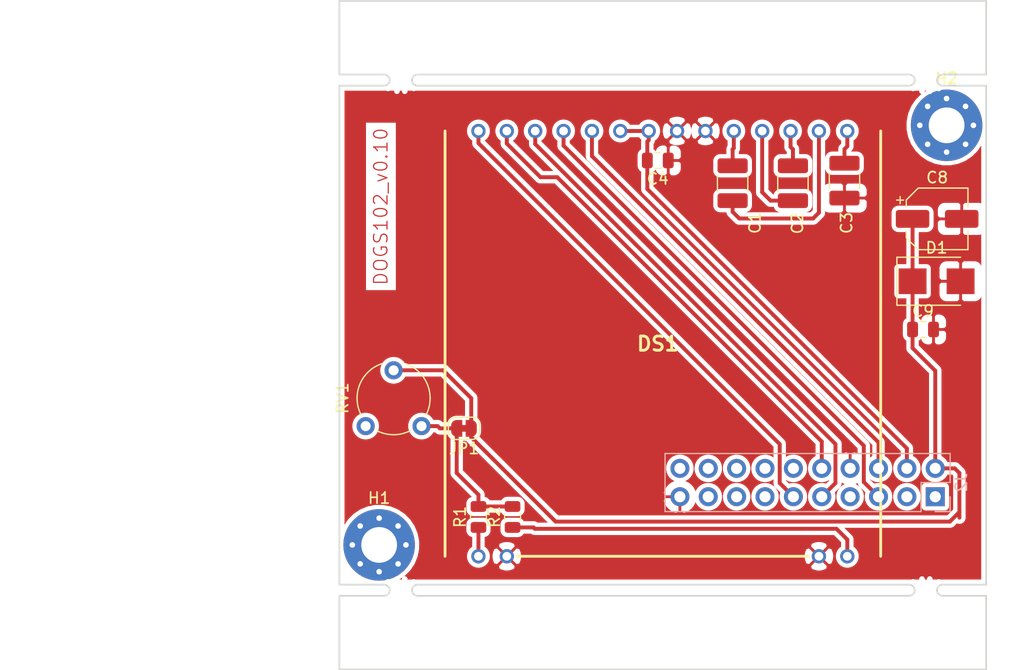
<source format=kicad_pcb>
(kicad_pcb (version 20221018) (generator pcbnew)
  (layers (0 "F.Cu" signal "Top") (31 "B.Cu" signal "Bottom") (34 "B.Paste" user) (35 "F.Paste" user) (36 "B.SilkS" user "B.Silkscreen") (37 "F.SilkS" user "F.Silkscreen") (38 "B.Mask" user) (39 "F.Mask" user) (44 "Edge.Cuts" user))
  (net 0 "")
  (net 1 "GND")
  (net 2 "+3V3")
  (net 3 "Net-(C1-Pad2)")
  (net 4 "Net-(C2-Pad1)")
  (net 5 "Net-(C2-Pad2)")
  (net 6 "Net-(C3-Pad2)")
  (net 7 "Net-(C1-Pad1)")
  (net 8 "MOSI")
  (net 9 "SCK")
  (net 10 "Net-(DS1-Pad14)")
  (net 11 "Net-(DS1-Pad1)")
  (net 12 "Net-(H1-Pad1)")
  (net 13 "Net-(H2-Pad1)")
  (net 14 "INSTR.BEL")
  (net 15 "D8")
  (net 16 "D7")
  (net 17 "D6")
  (net 18 "LED")
  (footprint "Capacitor_SMD:C_1210_3225Metric_Pad1.33x2.70mm_HandSolder" (layer "F.Cu") (at 158.71 91.0375 90)
    (fp_text reference "C2" (at -3.592 0.4 90) (layer "F.SilkS"))
    (fp_text value "C")
    (fp_line (start -0.711252 -1.36) (end 0.711252 -1.36) (stroke (width 0.12)) (layer "F.SilkS"))
    (fp_line (start -0.711252 1.36) (end 0.711252 1.36) (stroke (width 0.12)) (layer "F.SilkS"))
    (pad "1" smd roundrect (at -1.5625 0 90) (size 1.325 2.7) (layers "F.Cu" "F.Paste" "F.Mask") (roundrect_rratio 0.188679) (net 4 "Net-(C2-Pad1)"))
    (pad "2" smd roundrect (at 1.5625 0 90) (size 1.325 2.7) (layers "F.Cu" "F.Paste" "F.Mask") (roundrect_rratio 0.188679) (net 5 "Net-(C2-Pad2)"))
  )
  (footprint "Capacitor_SMD:C_1210_3225Metric_Pad1.33x2.70mm_HandSolder" (layer "F.Cu") (at 163.322 90.808 90)
    (fp_text reference "C3" (at -3.792 0.188 90) (layer "F.SilkS"))
    (fp_text value "C")
    (fp_line (start -0.711252 -1.36) (end 0.711252 -1.36) (stroke (width 0.12)) (layer "F.SilkS"))
    (fp_line (start -0.711252 1.36) (end 0.711252 1.36) (stroke (width 0.12)) (layer "F.SilkS"))
    (pad "1" smd roundrect (at -1.5625 0 90) (size 1.325 2.7) (layers "F.Cu" "F.Paste" "F.Mask") (roundrect_rratio 0.188679) (net 1 "GND"))
    (pad "2" smd roundrect (at 1.5625 0 90) (size 1.325 2.7) (layers "F.Cu" "F.Paste" "F.Mask") (roundrect_rratio 0.188679) (net 6 "Net-(C3-Pad2)"))
  )
  (footprint "Capacitor_SMD:C_1210_3225Metric_Pad1.33x2.70mm_HandSolder" (layer "F.Cu") (at 153.31 91.0375 90)
    (fp_text reference "C1" (at -3.5625 2 90) (layer "F.SilkS"))
    (fp_text value "C")
    (fp_line (start -0.711252 -1.36) (end 0.711252 -1.36) (stroke (width 0.12)) (layer "F.SilkS"))
    (fp_line (start -0.711252 1.36) (end 0.711252 1.36) (stroke (width 0.12)) (layer "F.SilkS"))
    (pad "1" smd roundrect (at -1.5625 0 90) (size 1.325 2.7) (layers "F.Cu" "F.Paste" "F.Mask") (roundrect_rratio 0.188679) (net 7 "Net-(C1-Pad1)"))
    (pad "2" smd roundrect (at 1.5625 0 90) (size 1.325 2.7) (layers "F.Cu" "F.Paste" "F.Mask") (roundrect_rratio 0.188679) (net 3 "Net-(C1-Pad2)"))
  )
  (footprint "MountingHole:MountingHole_3.2mm_M3_Pad_Via" (layer "F.Cu") (at 121.666 123.444)
    (fp_text reference "H1" (at 0 -4.2) (layer "F.SilkS"))
    (fp_text value "MountingHole_Pad")
    (pad "1" thru_hole circle (at -2.4 0) (size 0.8 0.8) (drill 0.5) (layers "*.Cu" "*.Mask") (net 12 "Net-(H1-Pad1)"))
    (pad "1" thru_hole circle (at -1.697056 -1.697056) (size 0.8 0.8) (drill 0.5) (layers "*.Cu" "*.Mask") (net 12 "Net-(H1-Pad1)"))
    (pad "1" thru_hole circle (at -1.697056 1.697056) (size 0.8 0.8) (drill 0.5) (layers "*.Cu" "*.Mask") (net 12 "Net-(H1-Pad1)"))
    (pad "1" thru_hole circle (at 0 -2.4) (size 0.8 0.8) (drill 0.5) (layers "*.Cu" "*.Mask") (net 12 "Net-(H1-Pad1)"))
    (pad "1" thru_hole circle (at 0 0) (size 6.4 6.4) (drill 3.2) (layers "*.Cu" "*.Mask") (net 12 "Net-(H1-Pad1)"))
    (pad "1" thru_hole circle (at 0 2.4) (size 0.8 0.8) (drill 0.5) (layers "*.Cu" "*.Mask") (net 12 "Net-(H1-Pad1)"))
    (pad "1" thru_hole circle (at 1.697056 -1.697056) (size 0.8 0.8) (drill 0.5) (layers "*.Cu" "*.Mask") (net 12 "Net-(H1-Pad1)"))
    (pad "1" thru_hole circle (at 1.697056 1.697056) (size 0.8 0.8) (drill 0.5) (layers "*.Cu" "*.Mask") (net 12 "Net-(H1-Pad1)"))
    (pad "1" thru_hole circle (at 2.4 0) (size 0.8 0.8) (drill 0.5) (layers "*.Cu" "*.Mask") (net 12 "Net-(H1-Pad1)"))
  )
  (footprint "MountingHole:MountingHole_3.2mm_M3_Pad_Via" (layer "F.Cu") (at 172.466 85.852)
    (fp_text reference "H2" (at 0 -4.2) (layer "F.SilkS"))
    (fp_text value "MountingHole_Pad")
    (pad "1" thru_hole circle (at -2.4 0) (size 0.8 0.8) (drill 0.5) (layers "*.Cu" "*.Mask") (net 13 "Net-(H2-Pad1)"))
    (pad "1" thru_hole circle (at -1.697056 -1.697056) (size 0.8 0.8) (drill 0.5) (layers "*.Cu" "*.Mask") (net 13 "Net-(H2-Pad1)"))
    (pad "1" thru_hole circle (at -1.697056 1.697056) (size 0.8 0.8) (drill 0.5) (layers "*.Cu" "*.Mask") (net 13 "Net-(H2-Pad1)"))
    (pad "1" thru_hole circle (at 0 -2.4) (size 0.8 0.8) (drill 0.5) (layers "*.Cu" "*.Mask") (net 13 "Net-(H2-Pad1)"))
    (pad "1" thru_hole circle (at 0 0) (size 6.4 6.4) (drill 3.2) (layers "*.Cu" "*.Mask") (net 13 "Net-(H2-Pad1)"))
    (pad "1" thru_hole circle (at 0 2.4) (size 0.8 0.8) (drill 0.5) (layers "*.Cu" "*.Mask") (net 13 "Net-(H2-Pad1)"))
    (pad "1" thru_hole circle (at 1.697056 -1.697056) (size 0.8 0.8) (drill 0.5) (layers "*.Cu" "*.Mask") (net 13 "Net-(H2-Pad1)"))
    (pad "1" thru_hole circle (at 1.697056 1.697056) (size 0.8 0.8) (drill 0.5) (layers "*.Cu" "*.Mask") (net 13 "Net-(H2-Pad1)"))
    (pad "1" thru_hole circle (at 2.4 0) (size 0.8 0.8) (drill 0.5) (layers "*.Cu" "*.Mask") (net 13 "Net-(H2-Pad1)"))
  )
  (footprint "Capacitor_SMD:C_0805_2012Metric" (layer "F.Cu") (at 146.61 89 180)
    (fp_text reference "C4" (at 0 -1.65) (layer "F.SilkS"))
    (fp_text value "100n")
    (fp_line (start -0.258578 -0.71) (end 0.258578 -0.71) (stroke (width 0.12)) (layer "F.SilkS"))
    (fp_line (start -0.258578 0.71) (end 0.258578 0.71) (stroke (width 0.12)) (layer "F.SilkS"))
    (pad "1" smd roundrect (at -0.9375 0 180) (size 0.975 1.4) (layers "F.Cu" "F.Paste" "F.Mask") (net 1 "GND"))
    (pad "2" smd roundrect (at 0.9375 0 180) (size 0.975 1.4) (layers "F.Cu" "F.Paste" "F.Mask") (net 2 "+3V3"))
  )
  (footprint "Capacitor_SMD:CP_Elec_5x3" (layer "F.Cu") (at 171.618 94.234)
    (fp_text reference "C8" (at 0 -3.7) (layer "F.SilkS"))
    (fp_text value "CP")
    (fp_line (start -3.625 -1.685) (end -3 -1.685) (stroke (width 0.12)) (layer "F.SilkS"))
    (fp_line (start -3.3125 -1.9975) (end -3.3125 -1.3725) (stroke (width 0.12)) (layer "F.SilkS"))
    (fp_line (start -2.76 -1.695563) (end -2.76 -1.06) (stroke (width 0.12)) (layer "F.SilkS"))
    (fp_line (start -2.76 -1.695563) (end -1.695563 -2.76) (stroke (width 0.12)) (layer "F.SilkS"))
    (fp_line (start -2.76 1.695563) (end -2.76 1.06) (stroke (width 0.12)) (layer "F.SilkS"))
    (fp_line (start -2.76 1.695563) (end -1.695563 2.76) (stroke (width 0.12)) (layer "F.SilkS"))
    (fp_line (start -1.695563 -2.76) (end 2.76 -2.76) (stroke (width 0.12)) (layer "F.SilkS"))
    (fp_line (start -1.695563 2.76) (end 2.76 2.76) (stroke (width 0.12)) (layer "F.SilkS"))
    (fp_line (start 2.76 -2.76) (end 2.76 -1.06) (stroke (width 0.12)) (layer "F.SilkS"))
    (fp_line (start 2.76 2.76) (end 2.76 1.06) (stroke (width 0.12)) (layer "F.SilkS"))
    (pad "1" smd roundrect (at -2.2 0) (size 3 1.6) (layers "F.Cu" "F.Paste" "F.Mask") (roundrect_rratio 0.15625) (net 14 "INSTR.BEL"))
    (pad "2" smd roundrect (at 2.2 0) (size 3 1.6) (layers "F.Cu" "F.Paste" "F.Mask") (roundrect_rratio 0.15625) (net 1 "GND"))
  )
  (footprint "Capacitor_SMD:C_0805_2012Metric" (layer "F.Cu") (at 170.3555 104.14)
    (fp_text reference "C9" (at 0 -1.65) (layer "F.SilkS"))
    (fp_text value "100n")
    (fp_line (start -0.258578 -0.71) (end 0.258578 -0.71) (stroke (width 0.12)) (layer "F.SilkS"))
    (fp_line (start -0.258578 0.71) (end 0.258578 0.71) (stroke (width 0.12)) (layer "F.SilkS"))
    (pad "1" smd roundrect (at -0.9375 0) (size 0.975 1.4) (layers "F.Cu" "F.Paste" "F.Mask") (net 14 "INSTR.BEL"))
    (pad "2" smd roundrect (at 0.9375 0) (size 0.975 1.4) (layers "F.Cu" "F.Paste" "F.Mask") (net 1 "GND"))
  )
  (footprint "Diode_SMD:D_SMB" (layer "F.Cu") (at 171.568 99.822)
    (fp_text reference "D1" (at 0 -3) (layer "F.SilkS"))
    (fp_text value "SMBJ15CA")
    (fp_line (start -3.55 -2.15) (end -3.55 2.15) (stroke (width 0.12)) (layer "F.SilkS"))
    (fp_line (start -3.55 -2.15) (end 2.15 -2.15) (stroke (width 0.12)) (layer "F.SilkS"))
    (fp_line (start -3.55 2.15) (end 2.15 2.15) (stroke (width 0.12)) (layer "F.SilkS"))
    (pad "1" smd rect (at -2.15 0) (size 2.5 2.3) (layers "F.Cu" "F.Paste" "F.Mask") (net 14 "INSTR.BEL"))
    (pad "2" smd rect (at 2.15 0) (size 2.5 2.3) (layers "F.Cu" "F.Paste" "F.Mask") (net 1 "GND"))
  )
  (footprint "Resistor_SMD:R_0805_2012Metric" (layer "F.Cu") (at 130.556 120.9375 90)
    (fp_text reference "R1" (at 0 -1.65 90) (layer "F.SilkS"))
    (fp_text value "R")
    (fp_line (start -0.258578 -0.71) (end 0.258578 -0.71) (stroke (width 0.12)) (layer "F.SilkS"))
    (fp_line (start -0.258578 0.71) (end 0.258578 0.71) (stroke (width 0.12)) (layer "F.SilkS"))
    (pad "1" smd roundrect (at -0.9375 0 90) (size 0.975 1.4) (layers "F.Cu" "F.Paste" "F.Mask") (net 11 "Net-(DS1-Pad1)"))
    (pad "2" smd roundrect (at 0.9375 0 90) (size 0.975 1.4) (layers "F.Cu" "F.Paste" "F.Mask") (net 18 "LED"))
  )
  (footprint "Resistor_SMD:R_0805_2012Metric" (layer "F.Cu") (at 133.61 120.9375 90)
    (fp_text reference "R2" (at 0 -1.65 90) (layer "F.SilkS"))
    (fp_text value "R")
    (fp_line (start -0.258578 -0.71) (end 0.258578 -0.71) (stroke (width 0.12)) (layer "F.SilkS"))
    (fp_line (start -0.258578 0.71) (end 0.258578 0.71) (stroke (width 0.12)) (layer "F.SilkS"))
    (pad "1" smd roundrect (at -0.9375 0 90) (size 0.975 1.4) (layers "F.Cu" "F.Paste" "F.Mask") (net 10 "Net-(DS1-Pad14)"))
    (pad "2" smd roundrect (at 0.9375 0 90) (size 0.975 1.4) (layers "F.Cu" "F.Paste" "F.Mask") (net 18 "LED"))
  )
  (footprint "fiz-o-matic:EA-DOGS102W-6" (layer "F.Cu") (at 147.066 105.41)
    (fp_text reference "DS1" (at -0.45365 0.01496) (layer "F.SilkS") (effects (font (size 1.27 1.27) (thickness 0.254))))
    (fp_text value "EA_DOGS102W-6" hide)
    (fp_line (start -19.5 -19.05) (end -19.5 19.05) (stroke (width 0.254)) (layer "F.SilkS"))
    (fp_line (start -13 19.05) (end 13 19.05) (stroke (width 0.254)) (layer "F.SilkS"))
    (fp_line (start 19.5 -19.05) (end 19.5 19.05) (stroke (width 0.254)) (layer "F.SilkS"))
    (pad "1" thru_hole circle (at -16.51 19.05) (size 1.28 1.28) (drill 0.78) (layers "*.Cu" "*.Mask") (net 11 "Net-(DS1-Pad1)"))
    (pad "2" thru_hole circle (at -13.97 19.05) (size 1.28 1.28) (drill 0.78) (layers "*.Cu" "*.Mask") (net 1 "GND"))
    (pad "13" thru_hole circle (at 13.97 19.05) (size 1.28 1.28) (drill 0.78) (layers "*.Cu" "*.Mask") (net 1 "GND"))
    (pad "14" thru_hole circle (at 16.51 19.05) (size 1.28 1.28) (drill 0.78) (layers "*.Cu" "*.Mask") (net 10 "Net-(DS1-Pad14)"))
    (pad "15" thru_hole circle (at 16.51 -19.05) (size 1.28 1.28) (drill 0.78) (layers "*.Cu" "*.Mask") (net 6 "Net-(C3-Pad2)"))
    (pad "16" thru_hole circle (at 13.97 -19.05) (size 1.28 1.28) (drill 0.78) (layers "*.Cu" "*.Mask") (net 7 "Net-(C1-Pad1)"))
    (pad "17" thru_hole circle (at 11.43 -19.05) (size 1.28 1.28) (drill 0.78) (layers "*.Cu" "*.Mask") (net 5 "Net-(C2-Pad2)"))
    (pad "18" thru_hole circle (at 8.89 -19.05) (size 1.28 1.28) (drill 0.78) (layers "*.Cu" "*.Mask") (net 4 "Net-(C2-Pad1)"))
    (pad "19" thru_hole circle (at 6.35 -19.05) (size 1.28 1.28) (drill 0.78) (layers "*.Cu" "*.Mask") (net 3 "Net-(C1-Pad2)"))
    (pad "20" thru_hole circle (at 3.81 -19.05) (size 1.28 1.28) (drill 0.78) (layers "*.Cu" "*.Mask") (net 1 "GND"))
    (pad "21" thru_hole circle (at 1.27 -19.05) (size 1.28 1.28) (drill 0.78) (layers "*.Cu" "*.Mask") (net 1 "GND"))
    (pad "22" thru_hole circle (at -1.27 -19.05) (size 1.28 1.28) (drill 0.78) (layers "*.Cu" "*.Mask") (net 2 "+3V3"))
    (pad "23" thru_hole circle (at -3.81 -19.05) (size 1.28 1.28) (drill 0.78) (layers "*.Cu" "*.Mask") (net 2 "+3V3"))
    (pad "24" thru_hole circle (at -6.35 -19.05) (size 1.28 1.28) (drill 0.78) (layers "*.Cu" "*.Mask") (net 8 "MOSI"))
    (pad "25" thru_hole circle (at -8.89 -19.05) (size 1.28 1.28) (drill 0.78) (layers "*.Cu" "*.Mask") (net 9 "SCK"))
    (pad "26" thru_hole circle (at -11.43 -19.05) (size 1.28 1.28) (drill 0.78) (layers "*.Cu" "*.Mask") (net 17 "D6"))
    (pad "27" thru_hole circle (at -13.97 -19.05) (size 1.28 1.28) (drill 0.78) (layers "*.Cu" "*.Mask") (net 16 "D7"))
    (pad "28" thru_hole circle (at -16.51 -19.05) (size 1.28 1.28) (drill 0.78) (layers "*.Cu" "*.Mask") (net 15 "D8"))
  )
  (footprint "Jumper:SolderJumper-2_P1.3mm_Bridged_RoundedPad1.0x1.5mm" (layer "F.Cu") (at 129.26 113 180)
    (fp_text reference "JP1" (at 0 -1.8) (layer "F.SilkS"))
    (fp_text value "Jumper_NC_Small")
    (fp_poly (pts (xy 0.25 -0.3) (xy -0.25 -0.3) (xy -0.25 0.3) (xy 0.25 0.3)) (fill solid) (layer "F.Cu"))
    (fp_line (start -1.4 0.3) (end -1.4 -0.3) (stroke (width 0.12)) (layer "F.SilkS"))
    (fp_line (start -0.7 -1) (end 0.7 -1) (stroke (width 0.12)) (layer "F.SilkS"))
    (fp_line (start 0.7 1) (end -0.7 1) (stroke (width 0.12)) (layer "F.SilkS"))
    (fp_line (start 1.4 -0.3) (end 1.4 0.3) (stroke (width 0.12)) (layer "F.SilkS"))
    (fp_arc (start -1.4 -0.3) (mid -1.194975 -0.794975) (end -0.7 -1) (stroke (width 0.12)) (layer "F.SilkS"))
    (fp_arc (start -0.7 1) (mid -1.194975 0.794975) (end -1.4 0.3) (stroke (width 0.12)) (layer "F.SilkS"))
    (fp_arc (start 0.7 -1) (mid 1.194975 -0.794975) (end 1.4 -0.3) (stroke (width 0.12)) (layer "F.SilkS"))
    (fp_arc (start 1.4 0.3) (mid 1.194975 0.794975) (end 0.7 1) (stroke (width 0.12)) (layer "F.SilkS"))
    (pad "1" smd custom (at -0.65 0 180) (size 1 0.5) (layers "F.Cu" "F.Mask") (net 14 "INSTR.BEL") (options (clearance outline) (anchor rect)) (primitives (gr_circle (center 0 0.25) (end 0.5 0.25) (width 0) (fill yes)) (gr_circle (center 0 -0.25) (end 0.5 -0.25) (width 0) (fill yes)) (gr_poly (pts (xy 0 -0.75) (xy 0.5 -0.75) (xy 0.5 0.75) (xy 0 0.75)) (width 0) (fill yes))))
    (pad "2" smd custom (at 0.65 0 180) (size 1 0.5) (layers "F.Cu" "F.Mask") (net 18 "LED") (options (clearance outline) (anchor rect)) (primitives (gr_circle (center 0 0.25) (end 0.5 0.25) (width 0) (fill yes)) (gr_circle (center 0 -0.25) (end 0.5 -0.25) (width 0) (fill yes)) (gr_poly (pts (xy 0 -0.75) (xy -0.5 -0.75) (xy -0.5 0.75) (xy 0 0.75)) (width 0) (fill yes))))
  )
  (footprint "Potentiometer_THT:Potentiometer_Piher_PT-6-V_Vertical" (layer "F.Cu") (at 125.46 112.8 90)
    (fp_text reference "RV1" (at 2.5 -7.06 90) (layer "F.SilkS"))
    (fp_text value "R_POT")
    (fp_arc (start -0.413387 -1.014798) (mid -0.770114 -2.499325) (end -0.414 -3.984) (stroke (width 0.12)) (layer "F.SilkS"))
    (fp_arc (start 1.016032 -5.413829) (mid 3.725524 -5.531609) (end 5.592 -3.564) (stroke (width 0.12)) (layer "F.SilkS"))
    (fp_arc (start 2.556863 0.770075) (mid 1.764071 0.686696) (end 1.015 0.414) (stroke (width 0.12)) (layer "F.SilkS"))
    (fp_arc (start 5.591846 -1.435392) (mid 4.398899 0.162158) (end 2.5 0.77) (stroke (width 0.12)) (layer "F.SilkS"))
    (pad "1" thru_hole circle (at 0 0 90) (size 1.62 1.62) (drill 0.9) (layers "*.Cu" "*.Mask") (net 18 "LED"))
    (pad "2" thru_hole circle (at 5 -2.5 90) (size 1.62 1.62) (drill 0.9) (layers "*.Cu" "*.Mask") (net 14 "INSTR.BEL"))
    (pad "3" thru_hole circle (at 0 -5 90) (size 1.62 1.62) (drill 0.9) (layers "*.Cu" "*.Mask"))
  )
  (footprint "fiz-o-matic:mouse-bite-1mm-slot" (layer "F.Cu") (at 123.61 81.8)
    (fp_text reference "mouse-bite-1mm-slot" hide)
    (fp_text value "VAL**" hide)
    (fp_arc (start -1.5 -0.5) (mid -1 0) (end -1.5 0.5) (stroke (width 0.1)) (layer "F.SilkS"))
    (fp_arc (start 1.5 0.5) (mid 1 0) (end 1.5 -0.5) (stroke (width 0.1)) (layer "F.SilkS"))
    (pad "" np_thru_hole circle (at -1.15 0.75) (size 0.5 0.5) (drill 0.5) (layers "*.Cu" "*.Mask"))
    (pad "" np_thru_hole circle (at -0.35 1) (size 0.5 0.5) (drill 0.5) (layers "*.Cu" "*.Mask"))
    (pad "" np_thru_hole circle (at 0.35 1) (size 0.5 0.5) (drill 0.5) (layers "*.Cu" "*.Mask"))
    (pad "" np_thru_hole circle (at 1.15 0.75) (size 0.5 0.5) (drill 0.5) (layers "*.Cu" "*.Mask"))
  )
  (footprint "fiz-o-matic:mouse-bite-1mm-slot" (layer "F.Cu") (at 170.61 81.8)
    (fp_text reference "mouse-bite-1mm-slot" hide)
    (fp_text value "VAL**" hide)
    (fp_arc (start -1.5 -0.5) (mid -1 0) (end -1.5 0.5) (stroke (width 0.1)) (layer "F.SilkS"))
    (fp_arc (start 1.5 0.5) (mid 1 0) (end 1.5 -0.5) (stroke (width 0.1)) (layer "F.SilkS"))
    (pad "" np_thru_hole circle (at -1.15 0.75) (size 0.5 0.5) (drill 0.5) (layers "F&B.Cu" "*.Mask"))
    (pad "" np_thru_hole circle (at -0.35 1) (size 0.5 0.5) (drill 0.5) (layers "F&B.Cu" "*.Mask"))
    (pad "" np_thru_hole circle (at 0.35 1) (size 0.5 0.5) (drill 0.5) (layers "F&B.Cu" "*.Mask"))
    (pad "" np_thru_hole circle (at 1.15 0.75) (size 0.5 0.5) (drill 0.5) (layers "F&B.Cu" "*.Mask"))
  )
  (footprint "fiz-o-matic:mouse-bite-1mm-slot" (layer "F.Cu") (at 123.61 127.5 180)
    (fp_text reference "mouse-bite-1mm-slot" hide)
    (fp_text value "VAL**" hide)
    (fp_arc (start -1.5 -0.5) (mid -1 0) (end -1.5 0.5) (stroke (width 0.1)) (layer "F.SilkS"))
    (fp_arc (start 1.5 0.5) (mid 1 0) (end 1.5 -0.5) (stroke (width 0.1)) (layer "F.SilkS"))
    (pad "" np_thru_hole circle (at -1.15 0.75 180) (size 0.5 0.5) (drill 0.5) (layers "F&B.Cu" "*.Mask"))
    (pad "" np_thru_hole circle (at -0.35 1 180) (size 0.5 0.5) (drill 0.5) (layers "F&B.Cu" "*.Mask"))
    (pad "" np_thru_hole circle (at 0.35 1 180) (size 0.5 0.5) (drill 0.5) (layers "F&B.Cu" "*.Mask"))
    (pad "" np_thru_hole circle (at 1.15 0.75 180) (size 0.5 0.5) (drill 0.5) (layers "F&B.Cu" "*.Mask"))
  )
  (footprint "fiz-o-matic:mouse-bite-1mm-slot" (layer "F.Cu") (at 170.61 127.5 180)
    (fp_text reference "mouse-bite-1mm-slot" hide)
    (fp_text value "VAL**" hide)
    (fp_arc (start -1.5 -0.5) (mid -1 0) (end -1.5 0.5) (stroke (width 0.1)) (layer "F.SilkS"))
    (fp_arc (start 1.5 0.5) (mid 1 0) (end 1.5 -0.5) (stroke (width 0.1)) (layer "F.SilkS"))
    (pad "" np_thru_hole circle (at -1.15 0.75 180) (size 0.5 0.5) (drill 0.5) (layers "F&B.Cu" "*.Mask"))
    (pad "" np_thru_hole circle (at -0.35 1 180) (size 0.5 0.5) (drill 0.5) (layers "F&B.Cu" "*.Mask"))
    (pad "" np_thru_hole circle (at 0.35 1 180) (size 0.5 0.5) (drill 0.5) (layers "F&B.Cu" "*.Mask"))
    (pad "" np_thru_hole circle (at 1.15 0.75 180) (size 0.5 0.5) (drill 0.5) (layers "F&B.Cu" "*.Mask"))
  )
  (footprint "Connector_PinHeader_2.54mm:PinHeader_2x10_P2.54mm_Vertical" (layer "B.Cu") (at 171.45 119.126 90)
    (fp_text reference "J2" (at 1.27 2.33 -90) (layer "B.SilkS") (effects (justify mirror)))
    (fp_text value "Conn_02x10_Odd_Even")
    (fp_line (start -1.33 -24.19) (end 3.87 -24.19) (stroke (width 0.12)) (layer "B.SilkS"))
    (fp_line (start -1.33 -1.27) (end -1.33 -24.19) (stroke (width 0.12)) (layer "B.SilkS"))
    (fp_line (start -1.33 -1.27) (end 1.27 -1.27) (stroke (width 0.12)) (layer "B.SilkS"))
    (fp_line (start -1.33 0) (end -1.33 1.33) (stroke (width 0.12)) (layer "B.SilkS"))
    (fp_line (start -1.33 1.33) (end 0 1.33) (stroke (width 0.12)) (layer "B.SilkS"))
    (fp_line (start 1.27 -1.27) (end 1.27 1.33) (stroke (width 0.12)) (layer "B.SilkS"))
    (fp_line (start 1.27 1.33) (end 3.87 1.33) (stroke (width 0.12)) (layer "B.SilkS"))
    (fp_line (start 3.87 1.33) (end 3.87 -24.19) (stroke (width 0.12)) (layer "B.SilkS"))
    (pad "1" thru_hole rect (at 0 0 90) (size 1.7 1.7) (drill 1) (layers "*.Cu" "*.Mask"))
    (pad "2" thru_hole oval (at 2.54 0 90) (size 1.7 1.7) (drill 1) (layers "*.Cu" "*.Mask") (net 14 "INSTR.BEL"))
    (pad "3" thru_hole oval (at 0 -2.54 90) (size 1.7 1.7) (drill 1) (layers "*.Cu" "*.Mask"))
    (pad "4" thru_hole oval (at 2.54 -2.54 90) (size 1.7 1.7) (drill 1) (layers "*.Cu" "*.Mask") (net 2 "+3V3"))
    (pad "5" thru_hole oval (at 0 -5.08 90) (size 1.7 1.7) (drill 1) (layers "*.Cu" "*.Mask") (net 9 "SCK"))
    (pad "6" thru_hole oval (at 2.54 -5.08 90) (size 1.7 1.7) (drill 1) (layers "*.Cu" "*.Mask") (net 8 "MOSI"))
    (pad "7" thru_hole oval (at 0 -7.62 90) (size 1.7 1.7) (drill 1) (layers "*.Cu" "*.Mask"))
    (pad "8" thru_hole oval (at 2.54 -7.62 90) (size 1.7 1.7) (drill 1) (layers "*.Cu" "*.Mask") (net 1 "GND"))
    (pad "9" thru_hole oval (at 0 -10.16 90) (size 1.7 1.7) (drill 1) (layers "*.Cu" "*.Mask") (net 17 "D6"))
    (pad "10" thru_hole oval (at 2.54 -10.16 90) (size 1.7 1.7) (drill 1) (layers "*.Cu" "*.Mask") (net 16 "D7"))
    (pad "11" thru_hole oval (at 0 -12.7 90) (size 1.7 1.7) (drill 1) (layers "*.Cu" "*.Mask") (net 15 "D8"))
    (pad "12" thru_hole oval (at 2.54 -12.7 90) (size 1.7 1.7) (drill 1) (layers "*.Cu" "*.Mask"))
    (pad "13" thru_hole oval (at 0 -15.24 90) (size 1.7 1.7) (drill 1) (layers "*.Cu" "*.Mask"))
    (pad "14" thru_hole oval (at 2.54 -15.24 90) (size 1.7 1.7) (drill 1) (layers "*.Cu" "*.Mask"))
    (pad "15" thru_hole oval (at 0 -17.78 90) (size 1.7 1.7) (drill 1) (layers "*.Cu" "*.Mask"))
    (pad "16" thru_hole oval (at 2.54 -17.78 90) (size 1.7 1.7) (drill 1) (layers "*.Cu" "*.Mask"))
    (pad "17" thru_hole oval (at 0 -20.32 90) (size 1.7 1.7) (drill 1) (layers "*.Cu" "*.Mask"))
    (pad "18" thru_hole oval (at 2.54 -20.32 90) (size 1.7 1.7) (drill 1) (layers "*.Cu" "*.Mask"))
    (pad "19" thru_hole oval (at 0 -22.86 90) (size 1.7 1.7) (drill 1) (layers "*.Cu" "*.Mask") (net 1 "GND"))
    (pad "20" thru_hole oval (at 2.54 -22.86 90) (size 1.7 1.7) (drill 1) (layers "*.Cu" "*.Mask"))
  )
  (gr_line (start 176.01 128) (end 176.01 134.6) (stroke (width 0.15)) (layer "Edge.Cuts"))
  (gr_arc (start 172.11 128) (mid 171.61 127.5) (end 172.11 127) (stroke (width 0.15)) (layer "Edge.Cuts"))
  (gr_line (start 176.01 81.3) (end 176.01 74.7) (stroke (width 0.15)) (layer "Edge.Cuts"))
  (gr_line (start 118.11 127) (end 118.11 82.3) (stroke (width 0.15)) (layer "Edge.Cuts"))
  (gr_line (start 169.11 127) (end 125.11 127) (stroke (width 0.15)) (layer "Edge.Cuts"))
  (gr_line (start 176.01 82.3) (end 172.11 82.3) (stroke (width 0.15)) (layer "Edge.Cuts"))
  (gr_line (start 172.11 127) (end 176.01 127) (stroke (width 0.15)) (layer "Edge.Cuts"))
  (gr_line (start 176.01 134.6) (end 118.11 134.6) (stroke (width 0.15)) (layer "Edge.Cuts"))
  (gr_line (start 172.11 81.3) (end 176.01 81.3) (stroke (width 0.15)) (layer "Edge.Cuts"))
  (gr_arc (start 169.11 81.3) (mid 169.61 81.8) (end 169.11 82.3) (stroke (width 0.15)) (layer "Edge.Cuts"))
  (gr_line (start 122.11 82.3) (end 118.11 82.3) (stroke (width 0.15)) (layer "Edge.Cuts"))
  (gr_arc (start 125.11 128) (mid 124.61 127.5) (end 125.11 127) (stroke (width 0.15)) (layer "Edge.Cuts"))
  (gr_line (start 118.11 81.3) (end 118.11 74.7) (stroke (width 0.15)) (layer "Edge.Cuts"))
  (gr_arc (start 172.11 82.3) (mid 171.61 81.8) (end 172.11 81.3) (stroke (width 0.15)) (layer "Edge.Cuts"))
  (gr_line (start 169.11 81.3) (end 125.11 81.3) (stroke (width 0.15)) (layer "Edge.Cuts"))
  (gr_line (start 118.11 74.7) (end 176.01 74.7) (stroke (width 0.15)) (layer "Edge.Cuts"))
  (gr_arc (start 122.11 81.3) (mid 122.61 81.8) (end 122.11 82.3) (stroke (width 0.15)) (layer "Edge.Cuts"))
  (gr_line (start 172.11 128) (end 176.01 128) (stroke (width 0.15)) (layer "Edge.Cuts"))
  (gr_line (start 118.11 127) (end 122.11 127) (stroke (width 0.15)) (layer "Edge.Cuts"))
  (gr_line (start 118.11 134.6) (end 118.11 128) (stroke (width 0.15)) (layer "Edge.Cuts"))
  (gr_arc (start 125.11 82.3) (mid 124.61 81.8) (end 125.11 81.3) (stroke (width 0.15)) (layer "Edge.Cuts"))
  (gr_arc (start 122.11 127) (mid 122.61 127.5) (end 122.11 128) (stroke (width 0.15)) (layer "Edge.Cuts"))
  (gr_line (start 125.11 82.3) (end 169.11 82.3) (stroke (width 0.15)) (layer "Edge.Cuts"))
  (gr_line (start 122.11 128) (end 118.11 128) (stroke (width 0.15)) (layer "Edge.Cuts"))
  (gr_line (start 176.01 127) (end 176.01 82.3) (stroke (width 0.15)) (layer "Edge.Cuts"))
  (gr_line (start 125.11 128) (end 169.11 128) (stroke (width 0.15)) (layer "Edge.Cuts"))
  (gr_line (start 118.11 81.3) (end 122.11 81.3) (stroke (width 0.15)) (layer "Edge.Cuts"))
  (gr_arc (start 169.11 127) (mid 169.61 127.5) (end 169.11 128) (stroke (width 0.15)) (layer "Edge.Cuts"))
  (gr_text "DOGS102_v0.10" (at 121.11 86 90) (layer "F.Cu") (effects (font (size 1.2065 1.2065) (thickness 0.1016)) (justify right top)))
  (segment (start 145.6725 87.3125) (end 145.796 87.189) (width 0.35) (layer "F.Cu") (net 2))
  (segment (start 168.91 114.8) (end 168.91 116.586) (width 0.35) (layer "F.Cu") (net 2))
  (segment (start 145.6725 89) (end 145.6725 87.3125) (width 0.35) (layer "F.Cu") (net 2))
  (segment (start 145.6725 89) (end 145.6725 91.5625) (width 0.35) (layer "F.Cu") (net 2))
  (segment (start 145.796 87.189) (end 145.796 86.36) (width 0.35) (layer "F.Cu") (net 2))
  (segment (start 143.256 86.36) (end 145.796 86.36) (width 0.35) (layer "F.Cu") (net 2))
  (segment (start 145.6725 91.5625) (end 168.91 114.8) (width 0.35) (layer "F.Cu") (net 2))
  (segment (start 153.416 86.36) (end 153.416 87.894) (width 0.35) (layer "F.Cu") (net 3))
  (segment (start 153.416 87.894) (end 153.31 88) (width 0.35) (layer "F.Cu") (net 3))
  (segment (start 153.31 89.475) (end 153.31 88) (width 0.35) (layer "F.Cu") (net 3))
  (segment (start 155.956 91.846) (end 156.71 92.6) (width 0.35) (layer "F.Cu") (net 4))
  (segment (start 156.71 92.6) (end 158.71 92.6) (width 0.35) (layer "F.Cu") (net 4))
  (segment (start 155.956 86.36) (end 155.956 91.846) (width 0.35) (layer "F.Cu") (net 4))
  (segment (start 158.496 87.786) (end 158.71 88) (width 0.35) (layer "F.Cu") (net 5))
  (segment (start 158.496 86.36) (end 158.496 87.786) (width 0.35) (layer "F.Cu") (net 5))
  (segment (start 158.71 88) (end 158.71 89.475) (width 0.35) (layer "F.Cu") (net 5))
  (segment (start 163.322 89.2455) (end 163.322 87.988) (width 0.35) (layer "F.Cu") (net 6))
  (segment (start 163.322 87.988) (end 163.576 87.734) (width 0.35) (layer "F.Cu") (net 6))
  (segment (start 163.576 87.734) (end 163.576 86.36) (width 0.35) (layer "F.Cu") (net 6))
  (segment (start 160.51 94.2) (end 153.91 94.2) (width 0.35) (layer "F.Cu") (net 7))
  (segment (start 161.036 86.36) (end 161.036 93.674) (width 0.35) (layer "F.Cu") (net 7))
  (segment (start 153.31 93.6) (end 153.31 92.6) (width 0.35) (layer "F.Cu") (net 7))
  (segment (start 153.91 94.2) (end 153.31 93.6) (width 0.35) (layer "F.Cu") (net 7))
  (segment (start 161.036 93.674) (end 160.51 94.2) (width 0.35) (layer "F.Cu") (net 7))
  (segment (start 140.716 88.606) (end 166.37 114.26) (width 0.35) (layer "F.Cu") (net 8))
  (segment (start 166.37 114.26) (end 166.37 116.586) (width 0.35) (layer "F.Cu") (net 8))
  (segment (start 140.716 86.36) (end 140.716 88.606) (width 0.35) (layer "F.Cu") (net 8))
  (segment (start 166.37 119.126) (end 165.055001 117.811001) (width 0.35) (layer "F.Cu") (net 9))
  (segment (start 165.055001 117.811001) (end 165.055001 114.554999) (width 0.35) (layer "F.Cu") (net 9))
  (segment (start 138.176 87.675998) (end 138.176 86.36) (width 0.35) (layer "F.Cu") (net 9))
  (segment (start 165.055001 114.554999) (end 138.176 87.675998) (width 0.35) (layer "F.Cu") (net 9))
  (segment (start 163.576 122.966) (end 163.576 124.46) (width 0.35) (layer "F.Cu") (net 10))
  (segment (start 135.485 121.875) (end 135.61 122) (width 0.35) (layer "F.Cu") (net 10))
  (segment (start 133.61 121.875) (end 135.485 121.875) (width 0.35) (layer "F.Cu") (net 10))
  (segment (start 135.61 122) (end 162.61 122) (width 0.35) (layer "F.Cu") (net 10))
  (segment (start 162.61 122) (end 163.576 122.966) (width 0.35) (layer "F.Cu") (net 10))
  (segment (start 130.556 122.017) (end 130.556 124.46) (width 0.35) (layer "F.Cu") (net 11))
  (segment (start 137.46299 121.35299) (end 172.75701 121.35299) (width 0.35) (layer "F.Cu") (net 14))
  (segment (start 171.45 116.586) (end 171.45 107.84) (width 0.35) (layer "F.Cu") (net 14))
  (segment (start 169.418 99.822) (end 169.418 104.14) (width 0.35) (layer "F.Cu") (net 14))
  (segment (start 129.91 110.3) (end 129.91 113) (width 0.35) (layer "F.Cu") (net 14))
  (segment (start 129.91 113.8) (end 137.46299 121.35299) (width 0.35) (layer "F.Cu") (net 14))
  (segment (start 127.41 107.8) (end 129.91 110.3) (width 0.35) (layer "F.Cu") (net 14))
  (segment (start 172.75701 121.35299) (end 173.61 120.5) (width 0.35) (layer "F.Cu") (net 14))
  (segment (start 171.45 107.84) (end 169.418 105.808) (width 0.35) (layer "F.Cu") (net 14))
  (segment (start 169.418 94.234) (end 169.418 99.822) (width 0.35) (layer "F.Cu") (net 14))
  (segment (start 129.91 113) (end 129.91 113.8) (width 0.35) (layer "F.Cu") (net 14))
  (segment (start 173.61 120.5) (end 173.61 121) (width 0.35) (layer "F.Cu") (net 14))
  (segment (start 122.96 107.8) (end 127.41 107.8) (width 0.35) (layer "F.Cu") (net 14))
  (segment (start 169.418 105.808) (end 169.418 104.14) (width 0.35) (layer "F.Cu") (net 14))
  (segment (start 173.196 116.586) (end 173.61 117) (width 0.35) (layer "F.Cu") (net 14))
  (segment (start 171.45 116.586) (end 173.196 116.586) (width 0.35) (layer "F.Cu") (net 14))
  (segment (start 173.61 117) (end 173.61 120.5) (width 0.35) (layer "F.Cu") (net 14))
  (segment (start 157.524999 117.900999) (end 157.524999 114.414999) (width 0.35) (layer "F.Cu") (net 15))
  (segment (start 158.75 119.126) (end 157.524999 117.900999) (width 0.35) (layer "F.Cu") (net 15))
  (segment (start 130.556 87.446) (end 130.556 86.36) (width 0.35) (layer "F.Cu") (net 15))
  (segment (start 157.524999 114.414999) (end 130.556 87.446) (width 0.35) (layer "F.Cu") (net 15))
  (segment (start 161.29 116.586) (end 161.29 114.18) (width 0.35) (layer "F.Cu") (net 16))
  (segment (start 136.11 90.5) (end 133.096 87.486) (width 0.35) (layer "F.Cu") (net 16))
  (segment (start 137.61 90.5) (end 136.11 90.5) (width 0.35) (layer "F.Cu") (net 16))
  (segment (start 161.29 114.18) (end 137.61 90.5) (width 0.35) (layer "F.Cu") (net 16))
  (segment (start 133.096 87.486) (end 133.096 86.36) (width 0.35) (layer "F.Cu") (net 16))
  (segment (start 144.61 96.5) (end 162.515001 114.405001) (width 0.35) (layer "F.Cu") (net 17))
  (segment (start 135.636 86.36) (end 135.636 87.526) (width 0.35) (layer "F.Cu") (net 17))
  (segment (start 161.29 119.126) (end 162.515001 117.900999) (width 0.35) (layer "F.Cu") (net 17))
  (segment (start 162.515001 117.900999) (end 162.515001 114.405001) (width 0.35) (layer "F.Cu") (net 17))
  (segment (start 135.636 87.526) (end 144.61 96.5) (width 0.35) (layer "F.Cu") (net 17))
  (segment (start 125.46 112.8) (end 126.91 112.8) (width 0.35) (layer "F.Cu") (net 18))
  (segment (start 130.556 120) (end 133.61 120) (width 0.35) (layer "F.Cu") (net 18))
  (segment (start 126.91 112.8) (end 127.11 113) (width 0.35) (layer "F.Cu") (net 18))
  (segment (start 127.11 113) (end 128.61 113) (width 0.35) (layer "F.Cu") (net 18))
  (segment (start 130.556 118.946) (end 130.556 120.142) (width 0.35) (layer "F.Cu") (net 18))
  (segment (start 128.61 113) (end 128.61 117) (width 0.35) (layer "F.Cu") (net 18))
  (segment (start 128.61 117) (end 130.556 118.946) (width 0.35) (layer "F.Cu") (net 18))
  (zone (net 1) (net_name "GND") (layer "F.Cu") (connect_pads (clearance 0.254)) (min_thickness 0.254) (fill yes (thermal_gap 0.508) (thermal_bridge_width 0.508))
    (polygon (pts (xy 176.022 127) (xy 118.11 127) (xy 118.11 82.296) (xy 176.022 82.296)))
  )
)
</source>
